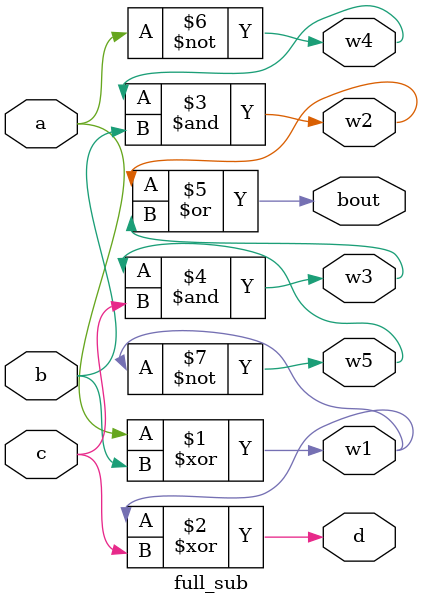
<source format=sv>
module full_sub(d,bout,w1,w2,w3,w4,w5,a,b,c);
  input a,b,c;
  output w1,w2,w3,w4,w5,d,bout;

  xor n1(w1,a,b);
  xor n2(d,w1,c);
  not n3(w4,a);
  not n4(w5,w1);
  and n5(w2,w4,b);
  and n6(w3,w5,c);
  or n7(bout,w2,w3);
  
  
 
endmodule

</source>
